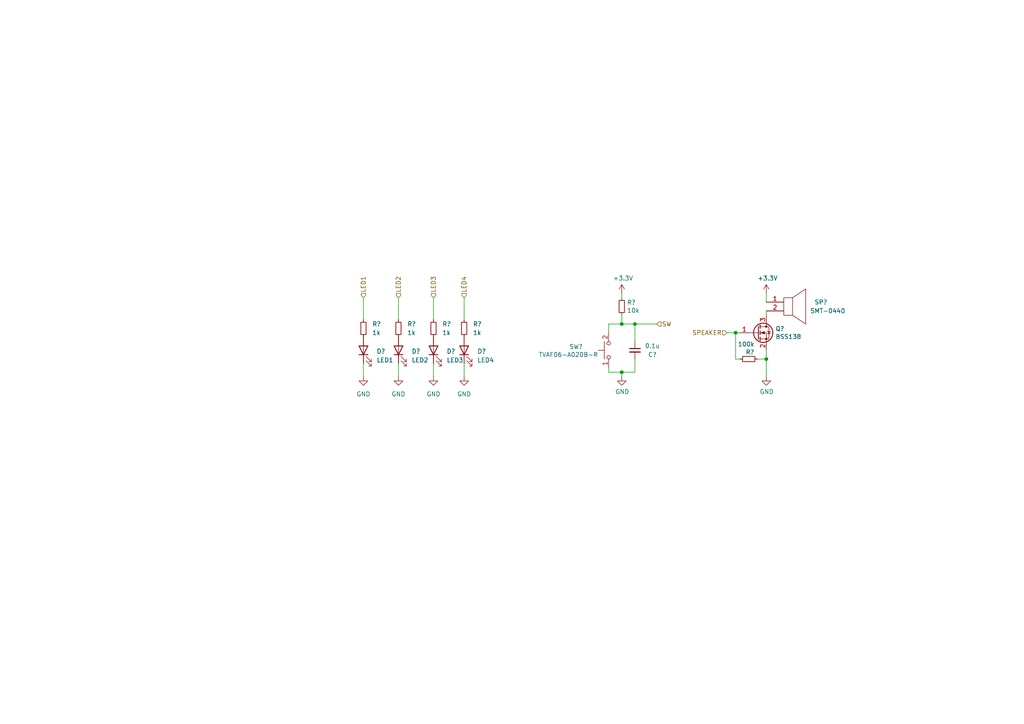
<source format=kicad_sch>
(kicad_sch (version 20211123) (generator eeschema)
  (paper "A4")
  (lib_symbols
    (symbol "Device:C_Small" (pin_numbers hide) (pin_names (offset 0.254) hide)
      (property "Reference" "C" (at 0.254 1.778 0))
      (property "Value" "C_Small" (at 0.254 -2.032 0))
      (symbol "C_Small_0_1"
        (polyline (pts (xy -1.524 -0.508) (xy 1.524 -0.508)) (stroke (width 0.3302)))
        (polyline (pts (xy -1.524 0.508) (xy 1.524 0.508)) (stroke (width 0.3048)))
      )
      (symbol "C_Small_1_1"
        (pin passive line (at 0 2.54 270) (length 2.032) (name "~") (number "1"))
        (pin passive line (at 0 -2.54 90) (length 2.032) (name "~") (number "2"))
      )
    )
    (symbol "Device:LED" (pin_numbers hide) (pin_names (offset 1.016) hide)
      (property "Reference" "D" (at 0 2.54 0))
      (property "Value" "LED" (at 0 -2.54 0))
      (symbol "LED_0_1"
        (polyline (pts (xy -1.27 -1.27) (xy -1.27 1.27)) (stroke (width 0.254)))
        (polyline (pts (xy -1.27 0) (xy 1.27 0)))
        (polyline (pts (xy 1.27 -1.27) (xy 1.27 1.27) (xy -1.27 0) (xy 1.27 -1.27)) (stroke (width 0.254)))
        (polyline (pts (xy -3.048 -0.762) (xy -4.572 -2.286) (xy -3.81 -2.286) (xy -4.572 -2.286) (xy -4.572 -1.524)))
        (polyline (pts (xy -1.778 -0.762) (xy -3.302 -2.286) (xy -2.54 -2.286) (xy -3.302 -2.286) (xy -3.302 -1.524)))
      )
      (symbol "LED_1_1"
        (pin passive line (at -3.81 0 0) (length 2.54) (name "K") (number "1"))
        (pin passive line (at 3.81 0 180) (length 2.54) (name "A") (number "2"))
      )
    )
    (symbol "Device:R_Small" (pin_numbers hide) (pin_names (offset 0.254) hide)
      (property "Reference" "R" (at 0.762 0.508 0))
      (property "Value" "R_Small" (at 0.762 -1.016 0))
      (symbol "R_Small_0_1"
        (rectangle (start -0.762 1.778) (end 0.762 -1.778) (stroke (width 0.2032)))
      )
      (symbol "R_Small_1_1"
        (pin passive line (at 0 2.54 270) (length 0.762) (name "~") (number "1"))
        (pin passive line (at 0 -2.54 90) (length 0.762) (name "~") (number "2"))
      )
    )
    (symbol "My_Device:SKRPACE" (pin_names (offset 1.016))
      (property "Reference" "SW" (at 0 6.35 0))
      (property "Value" "My_Device_SKRPACE" (at 0 8.89 0))
      (symbol "SKRPACE_1_1"
        (circle (center -2.032 0) (radius 0.508))
        (polyline (pts (xy 0 1.27) (xy 0 3.048)))
        (polyline (pts (xy 2.54 1.27) (xy -2.54 1.27)))
        (circle (center 2.032 0) (radius 0.508))
        (pin passive line (at -5.08 0 0) (length 2.54) (name "~") (number "1"))
        (pin passive line (at 5.08 0 180) (length 2.54) (name "~") (number "2"))
      )
    )
    (symbol "My_Device:SMT-0440" (pin_names (offset 1.016))
      (property "Reference" "BUZ1" (at 3.81 5.08 0))
      (property "Value" "My_Device_SMT-0440" (at 3.81 -8.89 0))
      (symbol "SMT-0440_0_1"
        (polyline (pts (xy 2.54 0) (xy 6.35 2.54) (xy 6.35 -7.62) (xy 2.54 -5.08)))
        (rectangle (start 0 0) (end 2.54 -5.08))
      )
      (symbol "SMT-0440_1_1"
        (pin input line (at -5.08 -1.27 0) (length 5.08) (name "~") (number "1"))
        (pin input line (at -5.08 -3.81 0) (length 5.08) (name "~") (number "2"))
      )
    )
    (symbol "Transistor_FET:BSS138" (pin_names hide)
      (property "Reference" "Q" (at 5.08 1.905 0))
      (property "Value" "BSS138" (at 5.08 0 0))
      (symbol "BSS138_0_1"
        (polyline (pts (xy 0.254 0) (xy -2.54 0)))
        (polyline (pts (xy 0.254 1.905) (xy 0.254 -1.905)) (stroke (width 0.254)))
        (polyline (pts (xy 0.762 -1.27) (xy 0.762 -2.286)) (stroke (width 0.254)))
        (polyline (pts (xy 0.762 0.508) (xy 0.762 -0.508)) (stroke (width 0.254)))
        (polyline (pts (xy 0.762 2.286) (xy 0.762 1.27)) (stroke (width 0.254)))
        (polyline (pts (xy 2.54 2.54) (xy 2.54 1.778)))
        (polyline (pts (xy 2.54 -2.54) (xy 2.54 0) (xy 0.762 0)))
        (polyline (pts (xy 0.762 -1.778) (xy 3.302 -1.778) (xy 3.302 1.778) (xy 0.762 1.778)))
        (polyline (pts (xy 1.016 0) (xy 2.032 0.381) (xy 2.032 -0.381) (xy 1.016 0)) (fill (type outline)))
        (polyline (pts (xy 2.794 0.508) (xy 2.921 0.381) (xy 3.683 0.381) (xy 3.81 0.254)))
        (polyline (pts (xy 3.302 0.381) (xy 2.921 -0.254) (xy 3.683 -0.254) (xy 3.302 0.381)))
        (circle (center 1.651 0) (radius 2.794) (stroke (width 0.254)))
        (circle (center 2.54 -1.778) (radius 0.254) (fill (type outline)))
        (circle (center 2.54 1.778) (radius 0.254) (fill (type outline)))
      )
      (symbol "BSS138_1_1"
        (pin input line (at -5.08 0 0) (length 2.54) (name "G") (number "1"))
        (pin passive line (at 2.54 -5.08 90) (length 2.54) (name "S") (number "2"))
        (pin passive line (at 2.54 5.08 270) (length 2.54) (name "D") (number "3"))
      )
    )
    (symbol "power:+3.3V" (power) (pin_names (offset 0))
      (property "Value" "+3.3V" (at 0 3.556 0))
      (symbol "+3.3V_0_1"
        (polyline (pts (xy -0.762 1.27) (xy 0 2.54)))
        (polyline (pts (xy 0 0) (xy 0 2.54)))
        (polyline (pts (xy 0 2.54) (xy 0.762 1.27)))
      )
      (symbol "+3.3V_1_1"
        (pin power_in line (at 0 0 90) (length 0) hide (name "+3.3V") (number "1"))
      )
    )
    (symbol "power:GND" (power) (pin_names (offset 0))
      (property "Value" "GND" (at 0 -3.81 0))
      (symbol "GND_0_1"
        (polyline (pts (xy 0 0) (xy 0 -1.27) (xy 1.27 -1.27) (xy 0 -2.54) (xy -1.27 -1.27) (xy 0 -1.27)))
      )
      (symbol "GND_1_1"
        (pin power_in line (at 0 0 270) (length 0) hide (name "GND") (number "1"))
      )
    )
  )
  (junction (at 180.34 93.98))
  (junction (at 213.36 96.52))
  (junction (at 184.15 93.98))
  (junction (at 180.34 107.95))
  (junction (at 222.25 104.14))
  (wire (pts (xy 125.73 86.36) (xy 125.73 92.71)))
  (wire (pts (xy 180.34 107.95) (xy 184.15 107.95)))
  (wire (pts (xy 180.34 93.98) (xy 176.53 93.98)))
  (wire (pts (xy 105.41 105.41) (xy 105.41 109.22)))
  (wire (pts (xy 222.25 90.17) (xy 222.25 91.44)))
  (wire (pts (xy 184.15 104.14) (xy 184.15 107.95)))
  (wire (pts (xy 115.57 86.36) (xy 115.57 92.71)))
  (wire (pts (xy 176.53 93.98) (xy 176.53 96.52)))
  (wire (pts (xy 134.62 105.41) (xy 134.62 109.22)))
  (wire (pts (xy 213.36 104.14) (xy 213.36 96.52)))
  (wire (pts (xy 176.53 106.68) (xy 176.53 107.95)))
  (wire (pts (xy 125.73 105.41) (xy 125.73 109.22)))
  (wire (pts (xy 180.34 86.36) (xy 180.34 85.09)))
  (wire (pts (xy 184.15 93.98) (xy 180.34 93.98)))
  (wire (pts (xy 180.34 107.95) (xy 180.34 109.22)))
  (wire (pts (xy 222.25 104.14) (xy 222.25 109.22)))
  (wire (pts (xy 134.62 86.36) (xy 134.62 92.71)))
  (wire (pts (xy 176.53 107.95) (xy 180.34 107.95)))
  (wire (pts (xy 219.71 104.14) (xy 222.25 104.14)))
  (wire (pts (xy 210.82 96.52) (xy 213.36 96.52)))
  (wire (pts (xy 184.15 99.06) (xy 184.15 93.98)))
  (wire (pts (xy 115.57 105.41) (xy 115.57 109.22)))
  (wire (pts (xy 180.34 91.44) (xy 180.34 93.98)))
  (wire (pts (xy 213.36 96.52) (xy 214.63 96.52)))
  (wire (pts (xy 214.63 104.14) (xy 213.36 104.14)))
  (wire (pts (xy 222.25 85.09) (xy 222.25 87.63)))
  (wire (pts (xy 222.25 101.6) (xy 222.25 104.14)))
  (wire (pts (xy 184.15 93.98) (xy 190.5 93.98)))
  (wire (pts (xy 105.41 86.36) (xy 105.41 92.71)))
  (hierarchical_label "LED3" (shape input) (at 125.73 86.36 90))
  (hierarchical_label "SPEAKER" (shape input) (at 210.82 96.52 180))
  (hierarchical_label "LED4" (shape input) (at 134.62 86.36 90))
  (hierarchical_label "LED1" (shape input) (at 105.41 86.36 90))
  (hierarchical_label "LED2" (shape input) (at 115.57 86.36 90))
  (hierarchical_label "SW" (shape input) (at 190.5 93.98 0))
  (symbol (lib_id "power:GND") (at 134.62 109.22 0) (unit 1)
    (property "Reference" "#PWR?" (effects hide))
    (property "Value" "GND" (at 134.62 114.3 0))
  )
  (symbol (lib_id "Device:R_Small") (at 115.57 95.25 0) (unit 1)
    (property "Reference" "R?" (at 118.11 93.9799 0) (effects (justify left)))
    (property "Value" "1k" (at 118.11 96.5199 0) (effects (justify left)))
    (property "Footprint" "Resistor_SMD:R_0201_0603Metric" (effects hide))
  )
  (symbol (lib_id "power:GND") (at 125.73 109.22 0) (unit 1)
    (property "Reference" "#PWR?" (effects hide))
    (property "Value" "GND" (at 125.73 114.3 0))
  )
  (symbol (lib_id "power:+3.3V") (at 180.34 85.09 0) (unit 1)
    (property "Reference" "#PWR?" (effects hide))
    (property "Value" "+3.3V" (at 180.721 80.6958 0))
  )
  (symbol (lib_id "Device:LED") (at 134.62 101.6 90) (unit 1)
    (property "Reference" "D?" (at 138.43 101.9174 90) (effects (justify right)))
    (property "Value" "LED4" (at 138.43 104.4574 90) (effects (justify right)))
    (property "Footprint" "LED_SMD:LED_0402_1005Metric" (effects hide))
  )
  (symbol (lib_id "My_Device:SMT-0440") (at 227.33 86.36 0) (unit 1)
    (property "Reference" "SP?" (at 236.22 87.63 0) (effects (justify left)))
    (property "Value" "SMT-0440" (at 234.95 90.17 0) (effects (justify left)))
    (property "Footprint" "omni:STM0440-T-R" (effects hide))
    (property "Datasheet" "https://www.puiaudio.com/media/SpecSheet/SMT-0440-T-R.pdf" (effects hide))
  )
  (symbol (lib_id "Transistor_FET:BSS138") (at 219.71 96.52 0) (unit 1)
    (property "Reference" "Q?" (at 224.8916 95.3516 0) (effects (justify left)))
    (property "Value" "BSS138" (at 224.8916 97.663 0) (effects (justify left)))
    (property "Footprint" "Package_TO_SOT_SMD:SOT-23" (effects hide))
    (property "Datasheet" "https://www.onsemi.com/pub/Collateral/BSS138-D.PDF" (effects hide))
  )
  (symbol (lib_id "Device:LED") (at 115.57 101.6 90) (unit 1)
    (property "Reference" "D?" (at 119.38 101.9174 90) (effects (justify right)))
    (property "Value" "LED2" (at 119.38 104.4574 90) (effects (justify right)))
    (property "Footprint" "LED_SMD:LED_0402_1005Metric" (effects hide))
  )
  (symbol (lib_id "My_Device:SKRPACE") (at 176.53 101.6 90) (unit 1)
    (property "Reference" "SW?" (at 165.1 100.5586 90) (effects (justify right)))
    (property "Value" "TVAF06-A020B-R" (at 156.21 102.87 90) (effects (justify right)))
    (property "Footprint" "half_mouse_lib:TVAF06-A020B-R" (effects hide))
  )
  (symbol (lib_id "Device:C_Small") (at 184.15 101.6 0) (unit 1)
    (property "Reference" "C?" (at 189.23 102.87 0))
    (property "Value" "0.1u" (at 189.23 100.33 0))
    (property "Footprint" "Capacitor_SMD:C_0201_0603Metric" (effects hide))
  )
  (symbol (lib_id "Device:R_Small") (at 180.34 88.9 0) (unit 1)
    (property "Reference" "R?" (at 181.8386 87.7316 0) (effects (justify left)))
    (property "Value" "10k" (at 181.8386 90.043 0) (effects (justify left)))
    (property "Footprint" "Resistor_SMD:R_0201_0603Metric" (effects hide))
  )
  (symbol (lib_id "power:GND") (at 105.41 109.22 0) (unit 1)
    (property "Reference" "#PWR?" (effects hide))
    (property "Value" "GND" (at 105.41 114.3 0))
  )
  (symbol (lib_id "power:GND") (at 115.57 109.22 0) (unit 1)
    (property "Reference" "#PWR?" (effects hide))
    (property "Value" "GND" (at 115.57 114.3 0))
  )
  (symbol (lib_id "Device:R_Small") (at 134.62 95.25 0) (unit 1)
    (property "Reference" "R?" (at 137.16 93.9799 0) (effects (justify left)))
    (property "Value" "1k" (at 137.16 96.5199 0) (effects (justify left)))
    (property "Footprint" "Resistor_SMD:R_0201_0603Metric" (effects hide))
  )
  (symbol (lib_id "Device:LED") (at 125.73 101.6 90) (unit 1)
    (property "Reference" "D?" (at 129.54 101.9174 90) (effects (justify right)))
    (property "Value" "LED3" (at 129.54 104.4574 90) (effects (justify right)))
    (property "Footprint" "LED_SMD:LED_0402_1005Metric" (effects hide))
  )
  (symbol (lib_id "Device:R_Small") (at 105.41 95.25 0) (unit 1)
    (property "Reference" "R?" (at 107.95 93.9799 0) (effects (justify left)))
    (property "Value" "1k" (at 107.95 96.5199 0) (effects (justify left)))
    (property "Footprint" "Resistor_SMD:R_0201_0603Metric" (effects hide))
  )
  (symbol (lib_id "power:GND") (at 222.25 109.22 0) (unit 1)
    (property "Reference" "#PWR?" (effects hide))
    (property "Value" "GND" (at 222.377 113.6142 0))
  )
  (symbol (lib_id "Device:R_Small") (at 217.17 104.14 90) (unit 1)
    (property "Reference" "R?" (at 218.8464 102.1334 90) (effects (justify left)))
    (property "Value" "100k" (at 218.8464 99.822 90) (effects (justify left)))
    (property "Footprint" "Resistor_SMD:R_0201_0603Metric" (effects hide))
  )
  (symbol (lib_id "power:GND") (at 180.34 109.22 0) (unit 1)
    (property "Reference" "#PWR?" (effects hide))
    (property "Value" "GND" (at 180.467 113.6142 0))
  )
  (symbol (lib_id "power:+3.3V") (at 222.25 85.09 0) (unit 1)
    (property "Reference" "#PWR?" (effects hide))
    (property "Value" "+3.3V" (at 222.631 80.6958 0))
  )
  (symbol (lib_id "Device:LED") (at 105.41 101.6 90) (unit 1)
    (property "Reference" "D?" (at 109.22 101.9174 90) (effects (justify right)))
    (property "Value" "LED1" (at 109.22 104.4574 90) (effects (justify right)))
    (property "Footprint" "LED_SMD:LED_0402_1005Metric" (effects hide))
  )
  (symbol (lib_id "Device:R_Small") (at 125.73 95.25 0) (unit 1)
    (property "Reference" "R?" (at 128.27 93.9799 0) (effects (justify left)))
    (property "Value" "1k" (at 128.27 96.5199 0) (effects (justify left)))
    (property "Footprint" "Resistor_SMD:R_0201_0603Metric" (effects hide))
  )
)
</source>
